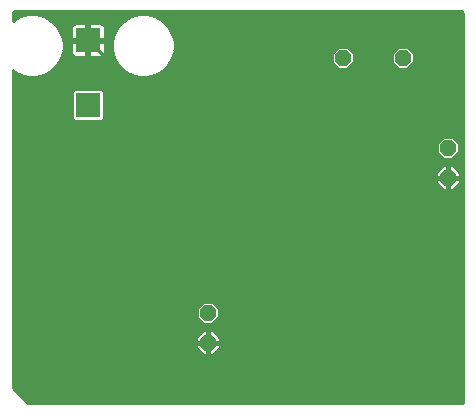
<source format=gbl>
G75*
%MOIN*%
%OFA0B0*%
%FSLAX25Y25*%
%IPPOS*%
%LPD*%
%AMOC8*
5,1,8,0,0,1.08239X$1,22.5*
%
%ADD10OC8,0.05200*%
%ADD11R,0.08268X0.08268*%
%ADD12C,0.01000*%
%ADD13C,0.02978*%
D10*
X0071000Y0026000D03*
X0071000Y0036000D03*
X0151000Y0081000D03*
X0151000Y0091000D03*
X0136000Y0121000D03*
X0116000Y0121000D03*
D11*
X0031000Y0126827D03*
X0031000Y0105173D03*
D12*
X0008384Y0008616D02*
X0156000Y0008616D01*
X0156000Y0009614D02*
X0007386Y0009614D01*
X0006387Y0010613D02*
X0156000Y0010613D01*
X0156000Y0011611D02*
X0006000Y0011611D01*
X0006000Y0011000D02*
X0006000Y0116796D01*
X0006107Y0116689D01*
X0008480Y0115319D01*
X0011126Y0114610D01*
X0013866Y0114610D01*
X0016512Y0115319D01*
X0018885Y0116689D01*
X0020823Y0118627D01*
X0022192Y0120999D01*
X0022902Y0123646D01*
X0022902Y0126386D01*
X0022192Y0129032D01*
X0020823Y0131405D01*
X0018885Y0133342D01*
X0016512Y0134712D01*
X0013866Y0135421D01*
X0011126Y0135421D01*
X0008480Y0134712D01*
X0006107Y0133342D01*
X0006000Y0133235D01*
X0006000Y0136000D01*
X0006461Y0136461D01*
X0155539Y0136461D01*
X0156000Y0136000D01*
X0156000Y0006000D01*
X0011000Y0006000D01*
X0006000Y0011000D01*
X0006000Y0012610D02*
X0156000Y0012610D01*
X0156000Y0013608D02*
X0006000Y0013608D01*
X0006000Y0014607D02*
X0156000Y0014607D01*
X0156000Y0015605D02*
X0006000Y0015605D01*
X0006000Y0016604D02*
X0156000Y0016604D01*
X0156000Y0017603D02*
X0006000Y0017603D01*
X0006000Y0018601D02*
X0156000Y0018601D01*
X0156000Y0019600D02*
X0006000Y0019600D01*
X0006000Y0020598D02*
X0156000Y0020598D01*
X0156000Y0021597D02*
X0006000Y0021597D01*
X0006000Y0022595D02*
X0068607Y0022595D01*
X0069302Y0021900D02*
X0066900Y0024302D01*
X0066900Y0025700D01*
X0070700Y0025700D01*
X0070700Y0026300D01*
X0070700Y0030100D01*
X0069302Y0030100D01*
X0066900Y0027698D01*
X0066900Y0026300D01*
X0070700Y0026300D01*
X0071300Y0026300D01*
X0071300Y0030100D01*
X0072698Y0030100D01*
X0075100Y0027698D01*
X0075100Y0026300D01*
X0071300Y0026300D01*
X0071300Y0025700D01*
X0075100Y0025700D01*
X0075100Y0024302D01*
X0072698Y0021900D01*
X0071300Y0021900D01*
X0071300Y0025700D01*
X0070700Y0025700D01*
X0070700Y0021900D01*
X0069302Y0021900D01*
X0070700Y0022595D02*
X0071300Y0022595D01*
X0071300Y0023594D02*
X0070700Y0023594D01*
X0070700Y0024592D02*
X0071300Y0024592D01*
X0071300Y0025591D02*
X0070700Y0025591D01*
X0071000Y0026000D02*
X0061000Y0026000D01*
X0056000Y0031000D01*
X0056000Y0101827D01*
X0031000Y0126827D01*
X0043217Y0114610D01*
X0053814Y0114610D01*
X0055204Y0116000D01*
X0061000Y0116000D01*
X0057830Y0118627D02*
X0059200Y0120999D01*
X0059909Y0123646D01*
X0059909Y0126386D01*
X0059200Y0129032D01*
X0057830Y0131405D01*
X0055893Y0133342D01*
X0053520Y0134712D01*
X0050874Y0135421D01*
X0048134Y0135421D01*
X0045488Y0134712D01*
X0043115Y0133342D01*
X0041177Y0131405D01*
X0039808Y0129032D01*
X0039098Y0126386D01*
X0039098Y0123646D01*
X0039808Y0120999D01*
X0041177Y0118627D01*
X0043115Y0116689D01*
X0045488Y0115319D01*
X0048134Y0114610D01*
X0050874Y0114610D01*
X0053520Y0115319D01*
X0055893Y0116689D01*
X0057830Y0118627D01*
X0057656Y0118452D02*
X0113315Y0118452D01*
X0112317Y0119451D02*
X0058306Y0119451D01*
X0058883Y0120449D02*
X0112300Y0120449D01*
X0112300Y0119467D02*
X0114467Y0117300D01*
X0117533Y0117300D01*
X0119700Y0119467D01*
X0119700Y0122533D01*
X0117533Y0124700D01*
X0114467Y0124700D01*
X0112300Y0122533D01*
X0112300Y0119467D01*
X0112300Y0121448D02*
X0059320Y0121448D01*
X0059588Y0122446D02*
X0112300Y0122446D01*
X0113212Y0123445D02*
X0059856Y0123445D01*
X0059909Y0124443D02*
X0114211Y0124443D01*
X0117789Y0124443D02*
X0134211Y0124443D01*
X0134467Y0124700D02*
X0132300Y0122533D01*
X0132300Y0119467D01*
X0134467Y0117300D01*
X0137533Y0117300D01*
X0139700Y0119467D01*
X0139700Y0122533D01*
X0137533Y0124700D01*
X0134467Y0124700D01*
X0133212Y0123445D02*
X0118788Y0123445D01*
X0119700Y0122446D02*
X0132300Y0122446D01*
X0132300Y0121448D02*
X0119700Y0121448D01*
X0119700Y0120449D02*
X0132300Y0120449D01*
X0132317Y0119451D02*
X0119683Y0119451D01*
X0118685Y0118452D02*
X0133315Y0118452D01*
X0134314Y0117454D02*
X0117686Y0117454D01*
X0114314Y0117454D02*
X0056657Y0117454D01*
X0055488Y0116455D02*
X0156000Y0116455D01*
X0156000Y0115457D02*
X0053758Y0115457D01*
X0045250Y0115457D02*
X0016750Y0115457D01*
X0018480Y0116455D02*
X0043520Y0116455D01*
X0042350Y0117454D02*
X0019650Y0117454D01*
X0020648Y0118452D02*
X0041352Y0118452D01*
X0040702Y0119451D02*
X0021298Y0119451D01*
X0021875Y0120449D02*
X0040125Y0120449D01*
X0039687Y0121448D02*
X0035977Y0121448D01*
X0036055Y0121493D02*
X0036334Y0121772D01*
X0036532Y0122114D01*
X0036634Y0122495D01*
X0036634Y0126327D01*
X0031500Y0126327D01*
X0031500Y0127327D01*
X0030500Y0127327D01*
X0030500Y0132461D01*
X0026669Y0132461D01*
X0026287Y0132358D01*
X0025945Y0132161D01*
X0025666Y0131882D01*
X0025468Y0131540D01*
X0025366Y0131158D01*
X0025366Y0127327D01*
X0030500Y0127327D01*
X0030500Y0126327D01*
X0025366Y0126327D01*
X0025366Y0122495D01*
X0025468Y0122114D01*
X0025666Y0121772D01*
X0025945Y0121493D01*
X0026287Y0121295D01*
X0026669Y0121193D01*
X0030500Y0121193D01*
X0030500Y0126327D01*
X0031500Y0126327D01*
X0031500Y0121193D01*
X0035331Y0121193D01*
X0035713Y0121295D01*
X0036055Y0121493D01*
X0036621Y0122446D02*
X0039420Y0122446D01*
X0039152Y0123445D02*
X0036634Y0123445D01*
X0036634Y0124443D02*
X0039098Y0124443D01*
X0039098Y0125442D02*
X0036634Y0125442D01*
X0036634Y0127327D02*
X0036634Y0131158D01*
X0036532Y0131540D01*
X0036334Y0131882D01*
X0036055Y0132161D01*
X0035713Y0132358D01*
X0035331Y0132461D01*
X0031500Y0132461D01*
X0031500Y0127327D01*
X0036634Y0127327D01*
X0036634Y0127439D02*
X0039381Y0127439D01*
X0039648Y0128437D02*
X0036634Y0128437D01*
X0036634Y0129436D02*
X0040041Y0129436D01*
X0040617Y0130434D02*
X0036634Y0130434D01*
X0036560Y0131433D02*
X0041205Y0131433D01*
X0042204Y0132431D02*
X0035441Y0132431D01*
X0031500Y0132431D02*
X0030500Y0132431D01*
X0030500Y0131433D02*
X0031500Y0131433D01*
X0031500Y0130434D02*
X0030500Y0130434D01*
X0030500Y0129436D02*
X0031500Y0129436D01*
X0031500Y0128437D02*
X0030500Y0128437D01*
X0030500Y0127439D02*
X0031500Y0127439D01*
X0031500Y0126440D02*
X0039113Y0126440D01*
X0031500Y0125442D02*
X0030500Y0125442D01*
X0030500Y0126440D02*
X0022887Y0126440D01*
X0022902Y0125442D02*
X0025366Y0125442D01*
X0025366Y0124443D02*
X0022902Y0124443D01*
X0022848Y0123445D02*
X0025366Y0123445D01*
X0025379Y0122446D02*
X0022580Y0122446D01*
X0022313Y0121448D02*
X0026023Y0121448D01*
X0030500Y0121448D02*
X0031500Y0121448D01*
X0031500Y0122446D02*
X0030500Y0122446D01*
X0030500Y0123445D02*
X0031500Y0123445D01*
X0031500Y0124443D02*
X0030500Y0124443D01*
X0025366Y0127439D02*
X0022619Y0127439D01*
X0022352Y0128437D02*
X0025366Y0128437D01*
X0025366Y0129436D02*
X0021959Y0129436D01*
X0021383Y0130434D02*
X0025366Y0130434D01*
X0025440Y0131433D02*
X0020795Y0131433D01*
X0019796Y0132431D02*
X0026559Y0132431D01*
X0018733Y0133430D02*
X0043267Y0133430D01*
X0044996Y0134428D02*
X0017004Y0134428D01*
X0007988Y0134428D02*
X0006000Y0134428D01*
X0006000Y0133430D02*
X0006259Y0133430D01*
X0006000Y0135427D02*
X0156000Y0135427D01*
X0156000Y0134428D02*
X0054012Y0134428D01*
X0055741Y0133430D02*
X0156000Y0133430D01*
X0156000Y0132431D02*
X0056804Y0132431D01*
X0057802Y0131433D02*
X0156000Y0131433D01*
X0156000Y0130434D02*
X0058391Y0130434D01*
X0058967Y0129436D02*
X0156000Y0129436D01*
X0156000Y0128437D02*
X0059360Y0128437D01*
X0059627Y0127439D02*
X0156000Y0127439D01*
X0156000Y0126440D02*
X0059895Y0126440D01*
X0059909Y0125442D02*
X0156000Y0125442D01*
X0156000Y0124443D02*
X0137789Y0124443D01*
X0138788Y0123445D02*
X0156000Y0123445D01*
X0156000Y0122446D02*
X0139700Y0122446D01*
X0139700Y0121448D02*
X0156000Y0121448D01*
X0156000Y0120449D02*
X0139700Y0120449D01*
X0139683Y0119451D02*
X0156000Y0119451D01*
X0156000Y0118452D02*
X0138685Y0118452D01*
X0137686Y0117454D02*
X0156000Y0117454D01*
X0156000Y0114458D02*
X0006000Y0114458D01*
X0006000Y0113460D02*
X0156000Y0113460D01*
X0156000Y0112461D02*
X0006000Y0112461D01*
X0006000Y0111463D02*
X0156000Y0111463D01*
X0156000Y0110464D02*
X0006000Y0110464D01*
X0006000Y0109466D02*
X0025766Y0109466D01*
X0025766Y0109763D02*
X0025766Y0100584D01*
X0026410Y0099939D01*
X0035589Y0099939D01*
X0036234Y0100584D01*
X0036234Y0109763D01*
X0035589Y0110407D01*
X0026410Y0110407D01*
X0025766Y0109763D01*
X0025766Y0108467D02*
X0006000Y0108467D01*
X0006000Y0107469D02*
X0025766Y0107469D01*
X0025766Y0106470D02*
X0006000Y0106470D01*
X0006000Y0105472D02*
X0025766Y0105472D01*
X0025766Y0104473D02*
X0006000Y0104473D01*
X0006000Y0103474D02*
X0025766Y0103474D01*
X0025766Y0102476D02*
X0006000Y0102476D01*
X0006000Y0101477D02*
X0025766Y0101477D01*
X0025871Y0100479D02*
X0006000Y0100479D01*
X0006000Y0099480D02*
X0156000Y0099480D01*
X0156000Y0098482D02*
X0006000Y0098482D01*
X0006000Y0097483D02*
X0156000Y0097483D01*
X0156000Y0096485D02*
X0006000Y0096485D01*
X0006000Y0095486D02*
X0156000Y0095486D01*
X0156000Y0094488D02*
X0152745Y0094488D01*
X0152533Y0094700D02*
X0149467Y0094700D01*
X0147300Y0092533D01*
X0147300Y0089467D01*
X0149467Y0087300D01*
X0152533Y0087300D01*
X0154700Y0089467D01*
X0154700Y0092533D01*
X0152533Y0094700D01*
X0153743Y0093489D02*
X0156000Y0093489D01*
X0156000Y0092491D02*
X0154700Y0092491D01*
X0154700Y0091492D02*
X0156000Y0091492D01*
X0156000Y0090494D02*
X0154700Y0090494D01*
X0154700Y0089495D02*
X0156000Y0089495D01*
X0156000Y0088497D02*
X0153729Y0088497D01*
X0152731Y0087498D02*
X0156000Y0087498D01*
X0156000Y0086500D02*
X0006000Y0086500D01*
X0006000Y0087498D02*
X0149269Y0087498D01*
X0148271Y0088497D02*
X0006000Y0088497D01*
X0006000Y0089495D02*
X0147300Y0089495D01*
X0147300Y0090494D02*
X0006000Y0090494D01*
X0006000Y0091492D02*
X0147300Y0091492D01*
X0147300Y0092491D02*
X0006000Y0092491D01*
X0006000Y0093489D02*
X0148257Y0093489D01*
X0149255Y0094488D02*
X0006000Y0094488D01*
X0006000Y0085501D02*
X0156000Y0085501D01*
X0156000Y0084503D02*
X0153295Y0084503D01*
X0152698Y0085100D02*
X0151300Y0085100D01*
X0151300Y0081300D01*
X0150700Y0081300D01*
X0150700Y0085100D01*
X0149302Y0085100D01*
X0146900Y0082698D01*
X0146900Y0081300D01*
X0150700Y0081300D01*
X0150700Y0080700D01*
X0146900Y0080700D01*
X0146900Y0079302D01*
X0149302Y0076900D01*
X0150700Y0076900D01*
X0150700Y0080700D01*
X0151300Y0080700D01*
X0151300Y0081300D01*
X0155100Y0081300D01*
X0155100Y0082698D01*
X0152698Y0085100D01*
X0151300Y0084503D02*
X0150700Y0084503D01*
X0150700Y0083504D02*
X0151300Y0083504D01*
X0151300Y0082506D02*
X0150700Y0082506D01*
X0150700Y0081507D02*
X0151300Y0081507D01*
X0151300Y0080700D02*
X0155100Y0080700D01*
X0155100Y0079302D01*
X0152698Y0076900D01*
X0151300Y0076900D01*
X0151300Y0080700D01*
X0151300Y0080509D02*
X0150700Y0080509D01*
X0150700Y0079510D02*
X0151300Y0079510D01*
X0151300Y0078512D02*
X0150700Y0078512D01*
X0150700Y0077513D02*
X0151300Y0077513D01*
X0153311Y0077513D02*
X0156000Y0077513D01*
X0156000Y0076515D02*
X0006000Y0076515D01*
X0006000Y0077513D02*
X0148689Y0077513D01*
X0147690Y0078512D02*
X0006000Y0078512D01*
X0006000Y0079510D02*
X0146900Y0079510D01*
X0146900Y0080509D02*
X0006000Y0080509D01*
X0006000Y0081507D02*
X0146900Y0081507D01*
X0146900Y0082506D02*
X0006000Y0082506D01*
X0006000Y0083504D02*
X0147706Y0083504D01*
X0148705Y0084503D02*
X0006000Y0084503D01*
X0006000Y0075516D02*
X0156000Y0075516D01*
X0156000Y0074518D02*
X0006000Y0074518D01*
X0006000Y0073519D02*
X0156000Y0073519D01*
X0156000Y0072521D02*
X0006000Y0072521D01*
X0006000Y0071522D02*
X0156000Y0071522D01*
X0156000Y0070524D02*
X0006000Y0070524D01*
X0006000Y0069525D02*
X0156000Y0069525D01*
X0156000Y0068527D02*
X0006000Y0068527D01*
X0006000Y0067528D02*
X0156000Y0067528D01*
X0156000Y0066530D02*
X0006000Y0066530D01*
X0006000Y0065531D02*
X0156000Y0065531D01*
X0156000Y0064533D02*
X0006000Y0064533D01*
X0006000Y0063534D02*
X0156000Y0063534D01*
X0156000Y0062536D02*
X0006000Y0062536D01*
X0006000Y0061537D02*
X0156000Y0061537D01*
X0156000Y0060539D02*
X0006000Y0060539D01*
X0006000Y0059540D02*
X0156000Y0059540D01*
X0156000Y0058541D02*
X0006000Y0058541D01*
X0006000Y0057543D02*
X0156000Y0057543D01*
X0156000Y0056544D02*
X0006000Y0056544D01*
X0006000Y0055546D02*
X0156000Y0055546D01*
X0156000Y0054547D02*
X0006000Y0054547D01*
X0006000Y0053549D02*
X0156000Y0053549D01*
X0156000Y0052550D02*
X0006000Y0052550D01*
X0006000Y0051552D02*
X0156000Y0051552D01*
X0156000Y0050553D02*
X0006000Y0050553D01*
X0006000Y0049555D02*
X0156000Y0049555D01*
X0156000Y0048556D02*
X0006000Y0048556D01*
X0006000Y0047558D02*
X0156000Y0047558D01*
X0156000Y0046559D02*
X0006000Y0046559D01*
X0006000Y0045561D02*
X0156000Y0045561D01*
X0156000Y0044562D02*
X0006000Y0044562D01*
X0006000Y0043564D02*
X0156000Y0043564D01*
X0156000Y0042565D02*
X0006000Y0042565D01*
X0006000Y0041567D02*
X0156000Y0041567D01*
X0156000Y0040568D02*
X0006000Y0040568D01*
X0006000Y0039570D02*
X0069337Y0039570D01*
X0069467Y0039700D02*
X0067300Y0037533D01*
X0067300Y0034467D01*
X0069467Y0032300D01*
X0072533Y0032300D01*
X0074700Y0034467D01*
X0074700Y0037533D01*
X0072533Y0039700D01*
X0069467Y0039700D01*
X0068339Y0038571D02*
X0006000Y0038571D01*
X0006000Y0037573D02*
X0067340Y0037573D01*
X0067300Y0036574D02*
X0006000Y0036574D01*
X0006000Y0035576D02*
X0067300Y0035576D01*
X0067300Y0034577D02*
X0006000Y0034577D01*
X0006000Y0033579D02*
X0068189Y0033579D01*
X0069187Y0032580D02*
X0006000Y0032580D01*
X0006000Y0031582D02*
X0156000Y0031582D01*
X0156000Y0032580D02*
X0072813Y0032580D01*
X0073811Y0033579D02*
X0156000Y0033579D01*
X0156000Y0034577D02*
X0074700Y0034577D01*
X0074700Y0035576D02*
X0156000Y0035576D01*
X0156000Y0036574D02*
X0074700Y0036574D01*
X0074660Y0037573D02*
X0156000Y0037573D01*
X0156000Y0038571D02*
X0073661Y0038571D01*
X0072663Y0039570D02*
X0156000Y0039570D01*
X0156000Y0030583D02*
X0006000Y0030583D01*
X0006000Y0029585D02*
X0068786Y0029585D01*
X0067788Y0028586D02*
X0006000Y0028586D01*
X0006000Y0027588D02*
X0066900Y0027588D01*
X0066900Y0026589D02*
X0006000Y0026589D01*
X0006000Y0025591D02*
X0066900Y0025591D01*
X0066900Y0024592D02*
X0006000Y0024592D01*
X0006000Y0023594D02*
X0067608Y0023594D01*
X0070700Y0026589D02*
X0071300Y0026589D01*
X0071300Y0027588D02*
X0070700Y0027588D01*
X0070700Y0028586D02*
X0071300Y0028586D01*
X0071300Y0029585D02*
X0070700Y0029585D01*
X0073214Y0029585D02*
X0156000Y0029585D01*
X0156000Y0028586D02*
X0074212Y0028586D01*
X0075100Y0027588D02*
X0156000Y0027588D01*
X0156000Y0026589D02*
X0075100Y0026589D01*
X0075100Y0025591D02*
X0156000Y0025591D01*
X0156000Y0024592D02*
X0075100Y0024592D01*
X0074392Y0023594D02*
X0156000Y0023594D01*
X0156000Y0022595D02*
X0073393Y0022595D01*
X0010381Y0006619D02*
X0156000Y0006619D01*
X0156000Y0007617D02*
X0009383Y0007617D01*
X0036129Y0100479D02*
X0156000Y0100479D01*
X0156000Y0101477D02*
X0036234Y0101477D01*
X0036234Y0102476D02*
X0156000Y0102476D01*
X0156000Y0103474D02*
X0036234Y0103474D01*
X0036234Y0104473D02*
X0156000Y0104473D01*
X0156000Y0105472D02*
X0036234Y0105472D01*
X0036234Y0106470D02*
X0156000Y0106470D01*
X0156000Y0107469D02*
X0036234Y0107469D01*
X0036234Y0108467D02*
X0156000Y0108467D01*
X0156000Y0109466D02*
X0036234Y0109466D01*
X0008242Y0115457D02*
X0006000Y0115457D01*
X0006000Y0116455D02*
X0006512Y0116455D01*
X0006425Y0136425D02*
X0155575Y0136425D01*
X0156000Y0083504D02*
X0154294Y0083504D01*
X0155100Y0082506D02*
X0156000Y0082506D01*
X0156000Y0081507D02*
X0155100Y0081507D01*
X0155100Y0080509D02*
X0156000Y0080509D01*
X0156000Y0079510D02*
X0155100Y0079510D01*
X0154310Y0078512D02*
X0156000Y0078512D01*
D13*
X0061000Y0116000D03*
M02*

</source>
